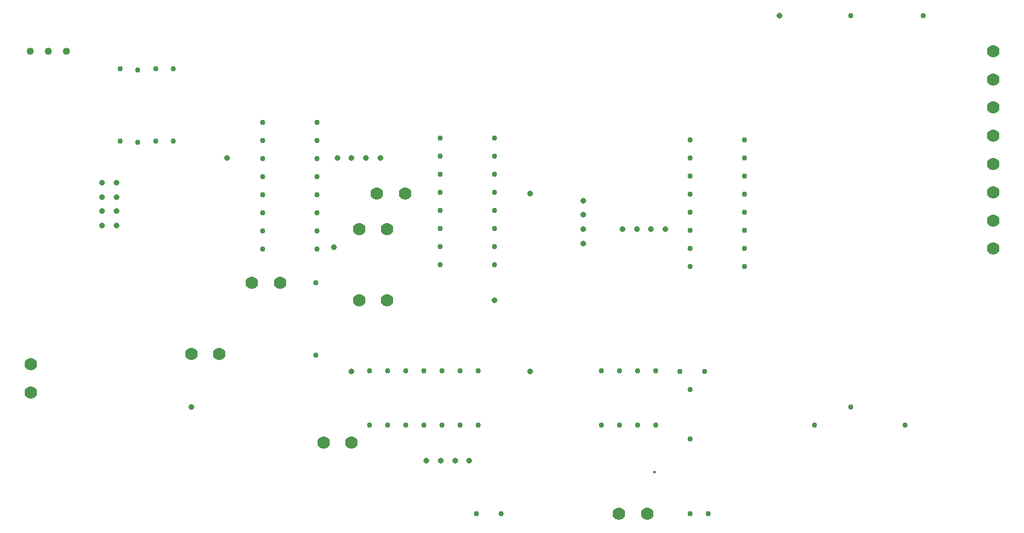
<source format=gbr>
G04 PROTEUS GERBER X2 FILE*
%TF.GenerationSoftware,Labcenter,Proteus,8.11-SP0-Build30052*%
%TF.CreationDate,2023-05-22T14:03:23+00:00*%
%TF.FileFunction,Plated,1,2,PTH*%
%TF.FilePolarity,Positive*%
%TF.Part,Single*%
%TF.SameCoordinates,{9aae922a-4e75-4b79-837c-5e4d9500d0df}*%
%FSLAX45Y45*%
%MOMM*%
G01*
%TA.AperFunction,ViaDrill*%
%ADD52C,0.381000*%
%TA.AperFunction,ComponentDrill*%
%ADD53C,1.778000*%
%TA.AperFunction,ComponentDrill*%
%ADD54C,1.016000*%
%TA.AperFunction,ComponentDrill*%
%ADD55C,0.812800*%
%TA.AperFunction,ComponentDrill*%
%ADD56C,0.762000*%
%TD.AperFunction*%
D52*
X-6000000Y+6087315D03*
D53*
X-14750000Y+7603760D03*
X-14750000Y+7207520D03*
D54*
X-14754000Y+12000000D03*
X-14500000Y+12000000D03*
X-14246000Y+12000000D03*
D55*
X-13750000Y+10150000D03*
X-13550000Y+10150000D03*
X-13750000Y+9950000D03*
X-13550000Y+9950000D03*
X-13750000Y+9750000D03*
X-13550000Y+9750000D03*
X-13750000Y+9550000D03*
X-13550000Y+9550000D03*
D56*
X-13500000Y+11750000D03*
X-13500000Y+10734000D03*
X-13250000Y+11734000D03*
X-13250000Y+10718000D03*
X-13000000Y+11750000D03*
X-13000000Y+10734000D03*
X-12750000Y+11750000D03*
X-12750000Y+10734000D03*
X-8250000Y+9000000D03*
X-8250000Y+9254000D03*
X-8250000Y+9508000D03*
X-8250000Y+9762000D03*
X-8250000Y+10016000D03*
X-8250000Y+10270000D03*
X-8250000Y+10524000D03*
X-8250000Y+10778000D03*
X-9012000Y+10778000D03*
X-9012000Y+10524000D03*
X-9012000Y+10270000D03*
X-9012000Y+10016000D03*
X-9012000Y+9762000D03*
X-9012000Y+9508000D03*
X-9012000Y+9254000D03*
X-9012000Y+9000000D03*
D55*
X-7000000Y+9900000D03*
X-7000000Y+9700000D03*
X-7000000Y+9500000D03*
X-7000000Y+9300000D03*
D56*
X-5500000Y+10750000D03*
X-5500000Y+10496000D03*
X-5500000Y+10242000D03*
X-5500000Y+9988000D03*
X-5500000Y+9734000D03*
X-5500000Y+9480000D03*
X-5500000Y+9226000D03*
X-5500000Y+8972000D03*
X-4738000Y+8972000D03*
X-4738000Y+9226000D03*
X-4738000Y+9480000D03*
X-4738000Y+9734000D03*
X-4738000Y+9988000D03*
X-4738000Y+10242000D03*
X-4738000Y+10496000D03*
X-4738000Y+10750000D03*
D55*
X-6450000Y+9500000D03*
X-6250000Y+9500000D03*
X-6050000Y+9500000D03*
X-5850000Y+9500000D03*
D56*
X-10000000Y+6750000D03*
X-9746000Y+6750000D03*
X-9492000Y+6750000D03*
X-9238000Y+6750000D03*
X-8984000Y+6750000D03*
X-8730000Y+6750000D03*
X-8476000Y+6750000D03*
X-8476000Y+7512000D03*
X-8730000Y+7512000D03*
X-8984000Y+7512000D03*
X-9238000Y+7512000D03*
X-9492000Y+7512000D03*
X-9746000Y+7512000D03*
X-10000000Y+7512000D03*
X-11500000Y+11000000D03*
X-11500000Y+10746000D03*
X-11500000Y+10492000D03*
X-11500000Y+10238000D03*
X-11500000Y+9984000D03*
X-11500000Y+9730000D03*
X-11500000Y+9476000D03*
X-11500000Y+9222000D03*
X-10738000Y+9222000D03*
X-10738000Y+9476000D03*
X-10738000Y+9730000D03*
X-10738000Y+9984000D03*
X-10738000Y+10238000D03*
X-10738000Y+10492000D03*
X-10738000Y+10746000D03*
X-10738000Y+11000000D03*
D53*
X-1250000Y+12000000D03*
X-1250000Y+11603760D03*
X-1250000Y+11207520D03*
X-1250000Y+10811280D03*
X-1250000Y+10415040D03*
X-1250000Y+10018800D03*
X-1250000Y+9622560D03*
X-1250000Y+9226320D03*
D56*
X-3250000Y+12500000D03*
X-2234000Y+12500000D03*
X-6750000Y+6750000D03*
X-6496000Y+6750000D03*
X-6242000Y+6750000D03*
X-5988000Y+6750000D03*
X-5988000Y+7512000D03*
X-6242000Y+7512000D03*
X-6496000Y+7512000D03*
X-6750000Y+7512000D03*
X-5500000Y+7250000D03*
X-5500000Y+6550000D03*
X-5650000Y+7500000D03*
X-5300000Y+7500000D03*
X-8500000Y+5500000D03*
X-8150000Y+5500000D03*
X-5500000Y+5500000D03*
X-5246000Y+5500000D03*
X-10750000Y+8750000D03*
X-10750000Y+7734000D03*
X-2488000Y+6746000D03*
X-3758000Y+6746000D03*
X-3250000Y+7000000D03*
D53*
X-6500000Y+5500000D03*
X-6103760Y+5500000D03*
X-12500000Y+7750000D03*
X-12103760Y+7750000D03*
D55*
X-10450000Y+10500000D03*
X-10250000Y+10500000D03*
X-10050000Y+10500000D03*
X-9850000Y+10500000D03*
X-9200000Y+6250000D03*
X-9000000Y+6250000D03*
X-8800000Y+6250000D03*
X-8600000Y+6250000D03*
D53*
X-10646240Y+6500000D03*
X-10250000Y+6500000D03*
D55*
X-7750000Y+7500000D03*
X-12000000Y+10500000D03*
D53*
X-9896240Y+10000000D03*
X-9500000Y+10000000D03*
X-11646240Y+8750000D03*
X-11250000Y+8750000D03*
X-10146240Y+9500000D03*
X-9750000Y+9500000D03*
X-10146240Y+8500000D03*
X-9750000Y+8500000D03*
D55*
X-12500000Y+7000000D03*
X-10250000Y+7500000D03*
X-10500000Y+9250000D03*
X-8250000Y+8500000D03*
X-4250000Y+12500000D03*
X-7750000Y+10000000D03*
M02*

</source>
